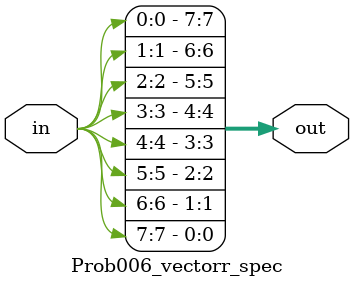
<source format=v>
module Prob006_vectorr_spec(input [7:0] in, output [7:0] out);
  assign out[0] = in[7];
  assign out[1] = in[6];
  assign out[2] = in[5];
  assign out[3] = in[4];
  assign out[4] = in[3];
  assign out[5] = in[2];
  assign out[6] = in[1];
  assign out[7] = in[0];
endmodule

</source>
